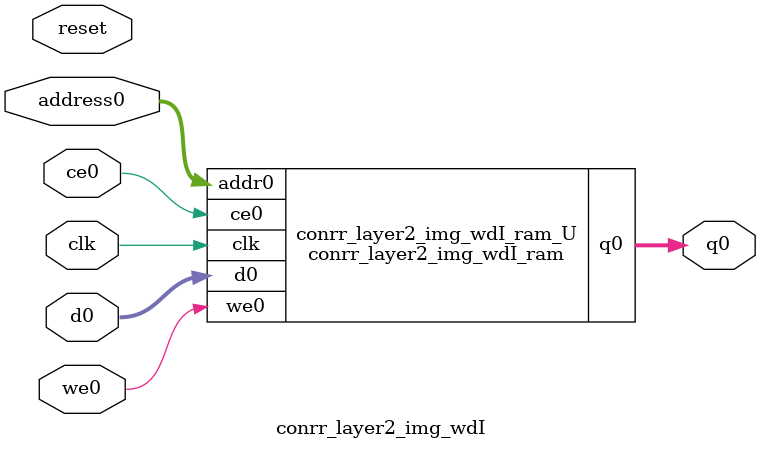
<source format=v>
`timescale 1 ns / 1 ps
module conrr_layer2_img_wdI_ram (addr0, ce0, d0, we0, q0,  clk);

parameter DWIDTH = 4;
parameter AWIDTH = 12;
parameter MEM_SIZE = 3584;

input[AWIDTH-1:0] addr0;
input ce0;
input[DWIDTH-1:0] d0;
input we0;
output reg[DWIDTH-1:0] q0;
input clk;

(* ram_style = "block" *)reg [DWIDTH-1:0] ram[0:MEM_SIZE-1];




always @(posedge clk)  
begin 
    if (ce0) 
    begin
        if (we0) 
        begin 
            ram[addr0] <= d0; 
        end 
        q0 <= ram[addr0];
    end
end


endmodule

`timescale 1 ns / 1 ps
module conrr_layer2_img_wdI(
    reset,
    clk,
    address0,
    ce0,
    we0,
    d0,
    q0);

parameter DataWidth = 32'd4;
parameter AddressRange = 32'd3584;
parameter AddressWidth = 32'd12;
input reset;
input clk;
input[AddressWidth - 1:0] address0;
input ce0;
input we0;
input[DataWidth - 1:0] d0;
output[DataWidth - 1:0] q0;



conrr_layer2_img_wdI_ram conrr_layer2_img_wdI_ram_U(
    .clk( clk ),
    .addr0( address0 ),
    .ce0( ce0 ),
    .we0( we0 ),
    .d0( d0 ),
    .q0( q0 ));

endmodule


</source>
